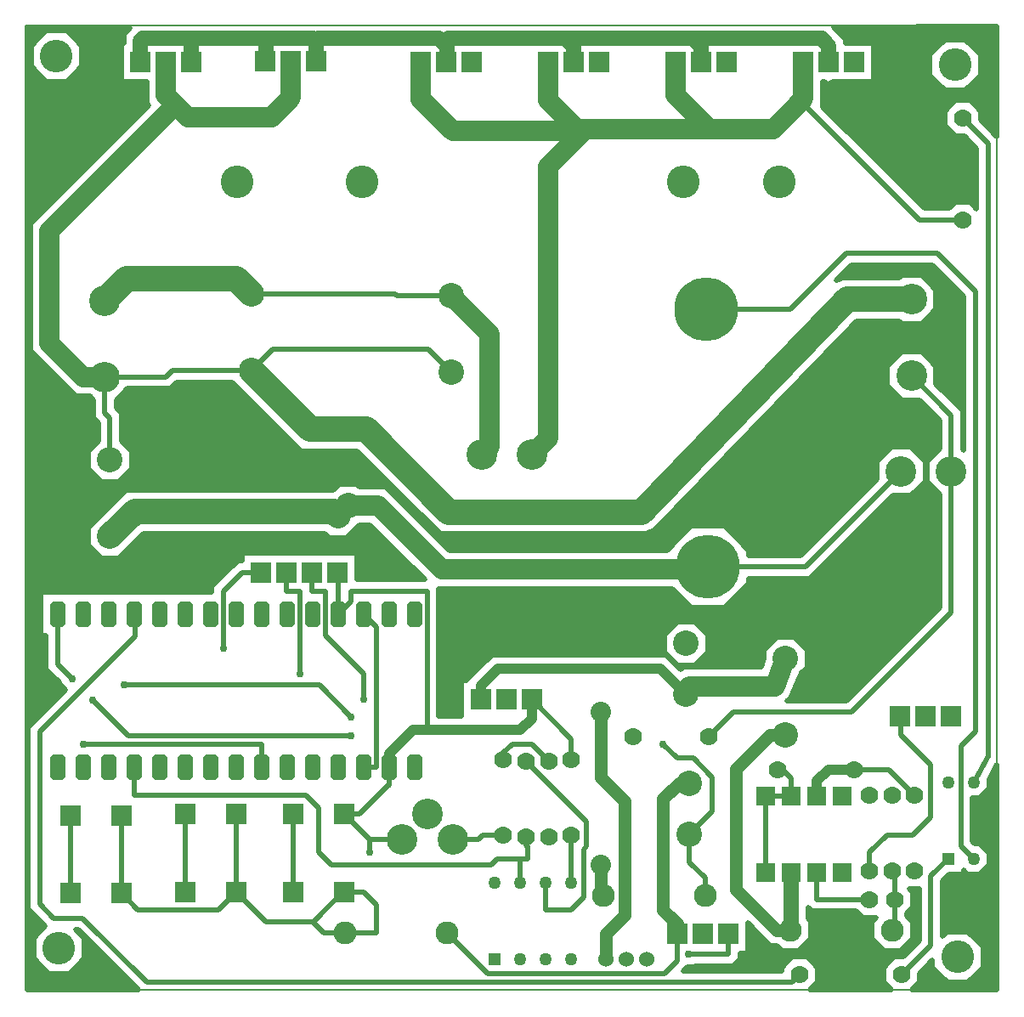
<source format=gbr>
G04 PROTEUS GERBER X2 FILE*
%TF.GenerationSoftware,Labcenter,Proteus,8.13-SP0-Build31525*%
%TF.CreationDate,2023-02-16T13:29:28+00:00*%
%TF.FileFunction,Copper,L2,Bot*%
%TF.FilePolarity,Positive*%
%TF.Part,Single*%
%TF.SameCoordinates,{1a083b5a-91e7-4c28-9893-6f2ba5a781e2}*%
%FSLAX45Y45*%
%MOMM*%
G01*
%TA.AperFunction,Conductor*%
%ADD12C,0.508000*%
%ADD10C,1.524000*%
%ADD13C,1.016000*%
%ADD14C,1.270000*%
%ADD29C,2.540000*%
%ADD11C,2.032000*%
%TA.AperFunction,ViaPad*%
%ADD15C,0.762000*%
%TA.AperFunction,ComponentPad*%
%ADD16R,2.032000X2.032000*%
%TA.AperFunction,ComponentPad*%
%ADD17C,3.048000*%
%TA.AperFunction,ComponentPad*%
%ADD18R,1.905000X1.905000*%
%TA.AperFunction,ComponentPad*%
%ADD19C,2.540000*%
%ADD70C,6.350000*%
%TA.AperFunction,ComponentPad*%
%ADD71C,3.251200*%
%TA.AperFunction,ComponentPad*%
%ADD20C,2.286000*%
%ADD21C,1.778000*%
%TA.AperFunction,OtherPad,Unknown*%
%ADD22C,3.251200*%
%AMDIL015*
4,1,8,
-0.762000,0.965200,-0.457200,1.270000,0.457200,1.270000,0.762000,0.965200,0.762000,-0.965200,
0.457200,-1.270000,-0.457200,-1.270000,-0.762000,-0.965200,-0.762000,0.965200,
0*%
%TA.AperFunction,ComponentPad*%
%ADD23DIL015*%
%TA.AperFunction,ComponentPad*%
%ADD24R,1.270000X1.270000*%
%ADD25C,1.270000*%
%TA.AperFunction,ComponentPad*%
%ADD26C,1.524000*%
%TA.AperFunction,ComponentPad*%
%ADD27C,2.032000*%
%TA.AperFunction,Profile*%
%ADD28C,0.203200*%
%TD.AperFunction*%
G36*
X+4849618Y+3706724D02*
X+4686299Y+3870043D01*
X+4686299Y+3959847D01*
X+4582147Y+4063999D01*
X+4434853Y+4063999D01*
X+4330701Y+3959847D01*
X+4330701Y+3812553D01*
X+4434853Y+3708401D01*
X+4524657Y+3708401D01*
X+4648200Y+3584858D01*
X+4648200Y+2981946D01*
X+4582147Y+3047999D01*
X+4434853Y+3047999D01*
X+4377383Y+2990529D01*
X+4124459Y+2990529D01*
X+3111499Y+4003489D01*
X+3111499Y+4254501D01*
X+3128194Y+4254501D01*
X+3163196Y+4219499D01*
X+3210493Y+4254501D01*
X+3619499Y+4254501D01*
X+3619499Y+4635499D01*
X+3340099Y+4635499D01*
X+3340099Y+4678485D01*
X+3219095Y+4799489D01*
X+4849618Y+4801632D01*
X+4849618Y+3706724D01*
G37*
%LPC*%
G36*
X+4180841Y+4315442D02*
X+4180841Y+4523758D01*
X+4328142Y+4671059D01*
X+4536458Y+4671059D01*
X+4683759Y+4523758D01*
X+4683759Y+4315442D01*
X+4536458Y+4168141D01*
X+4328142Y+4168141D01*
X+4180841Y+4315442D01*
G37*
%LPD*%
G36*
X-3799742Y+4777642D02*
X-3848099Y+4729285D01*
X-3848099Y+4635499D01*
X-3873499Y+4635499D01*
X-3873499Y+4254501D01*
X-3619499Y+4254501D01*
X-3619499Y+4035893D01*
X-3603156Y+4019550D01*
X-4779902Y+2842804D01*
X-4779902Y+1568330D01*
X-4329173Y+1117601D01*
X-4189349Y+1117601D01*
X-4152899Y+1081151D01*
X-4152899Y+905157D01*
X-4102099Y+854357D01*
X-4102099Y+673628D01*
X-4203699Y+572028D01*
X-4203699Y+393172D01*
X-4077228Y+266701D01*
X-3898372Y+266701D01*
X-3771901Y+393172D01*
X-3771901Y+572028D01*
X-3873501Y+673628D01*
X-3873501Y+949043D01*
X-3924301Y+999843D01*
X-3924301Y+1081151D01*
X-3811651Y+1193801D01*
X-3381657Y+1193801D01*
X-3318157Y+1257301D01*
X-2769128Y+1257301D01*
X-2667527Y+1155701D01*
X-2083327Y+571501D01*
X-1524527Y+571501D01*
X-699028Y-253999D01*
X-520172Y-253999D01*
X+1351610Y-253554D01*
X+1432448Y-219229D01*
X+1462954Y-187639D01*
X+3446972Y+1866901D01*
X+3875151Y+1866901D01*
X+3900551Y+1841501D01*
X+4100449Y+1841501D01*
X+4241799Y+1982851D01*
X+4241799Y+2182749D01*
X+4100449Y+2324099D01*
X+3900551Y+2324099D01*
X+3875151Y+2298699D01*
X+3311407Y+2298699D01*
X+3244918Y+2270476D01*
X+3400143Y+2425701D01*
X+4207157Y+2425701D01*
X+4521201Y+2111657D01*
X+4521201Y+582547D01*
X+4508499Y+595249D01*
X+4508499Y+974443D01*
X+4241799Y+1241143D01*
X+4241799Y+1420749D01*
X+4100449Y+1562099D01*
X+3900551Y+1562099D01*
X+3759201Y+1420749D01*
X+3759201Y+1220851D01*
X+3900551Y+1079501D01*
X+4080157Y+1079501D01*
X+4279901Y+879757D01*
X+4279901Y+595249D01*
X+4152901Y+468249D01*
X+4152901Y+268351D01*
X+4279901Y+141351D01*
X+4279901Y-987336D01*
X+3349536Y-1917701D01*
X+2759124Y-1917701D01*
X+2792039Y-1895268D01*
X+2904803Y-1642324D01*
X+2959099Y-1588028D01*
X+2959099Y-1409172D01*
X+2832628Y-1282701D01*
X+2653772Y-1282701D01*
X+2527301Y-1409172D01*
X+2527301Y-1495947D01*
X+2499158Y-1580437D01*
X+1726569Y-1580437D01*
X+1696734Y-1600770D01*
X+1553086Y-1457122D01*
X-182182Y-1457122D01*
X-431799Y-1706739D01*
X-431799Y-1714501D01*
X-482599Y-1714501D01*
X-482599Y-2070101D01*
X-711201Y-2070101D01*
X-711201Y-800099D01*
X+1609664Y-800099D01*
X+1800164Y-990599D01*
X+2136836Y-990599D01*
X+2374899Y-752536D01*
X+2374899Y-698499D01*
X+2988663Y-698499D01*
X+3814163Y+127001D01*
X+3993769Y+127001D01*
X+4135119Y+268351D01*
X+4135119Y+468249D01*
X+3993769Y+609599D01*
X+3793871Y+609599D01*
X+3652521Y+468249D01*
X+3652521Y+288643D01*
X+2893977Y-469901D01*
X+2374899Y-469901D01*
X+2374899Y-415864D01*
X+2136836Y-177801D01*
X+1800164Y-177801D01*
X+1562101Y-415864D01*
X+1562101Y-419101D01*
X-605167Y-419101D01*
X-1240167Y+215899D01*
X-1498072Y+215899D01*
X-1523472Y+241299D01*
X-1702328Y+241299D01*
X-1760748Y+182879D01*
X-3830847Y+182879D01*
X-4203699Y-189972D01*
X-4203699Y-368828D01*
X-4077228Y-495299D01*
X-3898372Y-495299D01*
X-3651993Y-248919D01*
X-1847107Y-248919D01*
X-1803928Y-292098D01*
X-1625072Y-292098D01*
X-1498072Y-165099D01*
X-1397981Y-165099D01*
X-851879Y-711201D01*
X-1531621Y-711201D01*
X-1531621Y-447041D01*
X-2674619Y-447041D01*
X-2674619Y-523241D01*
X-2716883Y-523241D01*
X-2971799Y-778157D01*
X-2971799Y-838201D01*
X-4673599Y-838201D01*
X-4673599Y-1269999D01*
X-4622799Y-1269999D01*
X-4622799Y-1602846D01*
X-4492401Y-1733244D01*
X-4492401Y-1751206D01*
X-4434525Y-1809082D01*
X-4802152Y-2176709D01*
X-4802152Y-3992333D01*
X-4632201Y-4162284D01*
X-4747259Y-4277342D01*
X-4747259Y-4485658D01*
X-4599958Y-4632959D01*
X-4391642Y-4632959D01*
X-4244341Y-4485658D01*
X-4244341Y-4277342D01*
X-4326067Y-4195616D01*
X-4308276Y-4195616D01*
X-3703292Y-4800600D01*
X-4815082Y-4800600D01*
X-4815082Y+4788932D01*
X-3787101Y+4790283D01*
X-3799742Y+4777642D01*
G37*
%LPC*%
G36*
X-4772659Y+4404342D02*
X-4772659Y+4612658D01*
X-4625358Y+4759959D01*
X-4417042Y+4759959D01*
X-4269741Y+4612658D01*
X-4269741Y+4404342D01*
X-4417042Y+4257041D01*
X-4625358Y+4257041D01*
X-4772659Y+4404342D01*
G37*
G36*
X+1842028Y-1562099D02*
X+1663172Y-1562099D01*
X+1536701Y-1435628D01*
X+1536701Y-1256772D01*
X+1663172Y-1130301D01*
X+1842028Y-1130301D01*
X+1968499Y-1256772D01*
X+1968499Y-1435628D01*
X+1842028Y-1562099D01*
G37*
%LPD*%
G36*
X+4849618Y-4800600D02*
X+3997946Y-4800600D01*
X+4076699Y-4721847D01*
X+4076699Y-4632043D01*
X+4206241Y-4502501D01*
X+4206241Y-4574558D01*
X+4353542Y-4721859D01*
X+4561858Y-4721859D01*
X+4709159Y-4574558D01*
X+4709159Y-4366242D01*
X+4561858Y-4218941D01*
X+4353542Y-4218941D01*
X+4305299Y-4267184D01*
X+4305299Y-3712758D01*
X+4373157Y-3644900D01*
X+4516313Y-3644900D01*
X+4516313Y-3606425D01*
X+4554788Y-3644900D01*
X+4681040Y-3644900D01*
X+4770313Y-3555627D01*
X+4770313Y-3429375D01*
X+4681040Y-3340102D01*
X+4627157Y-3340102D01*
X+4605213Y-3318158D01*
X+4605213Y-2882900D01*
X+4681040Y-2882900D01*
X+4770313Y-2793627D01*
X+4770313Y-2704990D01*
X+4849618Y-2553343D01*
X+4849618Y-4800600D01*
G37*
G36*
X+4076701Y-4308757D02*
X+3915057Y-4470401D01*
X+3825253Y-4470401D01*
X+3721101Y-4574553D01*
X+3721101Y-4721847D01*
X+3799854Y-4800600D01*
X+2981946Y-4800600D01*
X+3060699Y-4721847D01*
X+3060699Y-4574553D01*
X+2956547Y-4470401D01*
X+2809253Y-4470401D01*
X+2705101Y-4574553D01*
X+2705101Y-4610101D01*
X+1726281Y-4610101D01*
X+1764383Y-4571999D01*
X+1830605Y-4571999D01*
X+1843305Y-4559299D01*
X+2221583Y-4559299D01*
X+2288539Y-4492343D01*
X+2288539Y-4429759D01*
X+2364739Y-4429759D01*
X+2364739Y-4129663D01*
X+2591175Y-4356099D01*
X+2659032Y-4356099D01*
X+2709832Y-4406899D01*
X+2878168Y-4406899D01*
X+2997199Y-4287868D01*
X+2997199Y-4119532D01*
X+2965450Y-4087783D01*
X+2965450Y-3971641D01*
X+3007008Y-4013199D01*
X+3444253Y-4013199D01*
X+3507753Y-4076699D01*
X+3649634Y-4076699D01*
X+3606801Y-4119532D01*
X+3606801Y-4287868D01*
X+3725832Y-4406899D01*
X+3894168Y-4406899D01*
X+4013199Y-4287868D01*
X+4013199Y-4119532D01*
X+3949699Y-4056032D01*
X+3949699Y-4036047D01*
X+4013199Y-3972547D01*
X+4013199Y-3890976D01*
X+4021025Y-3872083D01*
X+4013199Y-3864257D01*
X+4013199Y-3825253D01*
X+3979245Y-3791299D01*
X+4076701Y-3791299D01*
X+4076701Y-4308757D01*
G37*
D12*
X+4363914Y-3492501D02*
X+4191000Y-3665415D01*
X+4191000Y-4356100D01*
X+3898900Y-4648200D01*
D10*
X-632136Y+4601517D02*
X-631072Y+4600453D01*
X-631072Y+4546600D01*
X-632136Y+4519091D01*
X-632136Y+4601517D02*
X-716919Y+4686300D01*
X-1912064Y+4686300D01*
X-1930400Y+4667964D01*
X-1930400Y+4648200D01*
X-632136Y+4601517D02*
X-632136Y+4663763D01*
X-611750Y+4684149D01*
X+555120Y+4684149D01*
X-632136Y+4601517D02*
X-632136Y+4519091D01*
X+555120Y+4684149D02*
X+1820144Y+4684149D01*
D12*
X+555120Y+4684149D02*
X+547388Y+4691881D01*
D10*
X+635000Y+4445000D02*
X+635000Y+4604269D01*
X+555120Y+4684149D01*
X+3175000Y+4445000D02*
X+3179341Y+4436838D01*
X+3175000Y+4441179D01*
X+3175000Y+4610100D01*
X+3100951Y+4684149D01*
X+1820144Y+4684149D01*
X+1905000Y+4445000D02*
X+1905000Y+4599293D01*
X+1820144Y+4684149D01*
X-635000Y+4445000D02*
X-632136Y+4519091D01*
D12*
X-635000Y+4445000D02*
X-635000Y+4516227D01*
X-632136Y+4519091D01*
D10*
X-1930400Y+4648200D02*
X-1968500Y+4686300D01*
X-2428063Y+4686300D01*
X-2437190Y+4677173D01*
X-1930400Y+4457700D02*
X-1930400Y+4648200D01*
X-2437190Y+4677173D02*
X-2446317Y+4686300D01*
X-3158635Y+4686300D01*
X-2438400Y+4457700D02*
X-2437190Y+4458910D01*
X-2437190Y+4677173D01*
X-3175000Y+4445000D02*
X-3175000Y+4669935D01*
X-3158635Y+4686300D01*
X-3683000Y+4445000D02*
X-3683000Y+4660900D01*
X-3657600Y+4686300D01*
X-3158635Y+4686300D01*
D12*
X+1955800Y+1981200D02*
X+2794000Y+1981200D01*
X+3352800Y+2540000D01*
X+4254500Y+2540000D01*
X+4635500Y+2159000D01*
X+4635500Y-2222500D01*
X+4490914Y-2367086D01*
X+4490914Y-3365501D01*
X+4617914Y-3492501D01*
X+4508500Y+3886200D02*
X+4762499Y+3632201D01*
X+4762499Y-2471616D01*
X+4617914Y-2730501D01*
X+2800351Y-2863849D02*
X+2800351Y-2863848D01*
X+2546351Y-2863848D01*
X+2546351Y-2863849D01*
X+2800351Y-2863849D02*
X+2800352Y-2863849D01*
X+2800352Y-2692400D01*
X+2711452Y-2603500D01*
X+2667000Y-2603500D01*
X+2546351Y-3048000D02*
X+2546351Y-3625849D01*
X+2546351Y-2863849D02*
X+2546351Y-3048000D01*
X+1666240Y-4239260D02*
X+1666240Y-4508500D01*
X+1539240Y-4635500D01*
X-226060Y-4635500D01*
X-629920Y-4231640D01*
D13*
X+3054351Y-2863849D02*
X+3054351Y-2717800D01*
X+3423000Y-2603500D02*
X+3168651Y-2603500D01*
X+3054351Y-2717800D01*
D12*
X+3423000Y-2603500D02*
X+3511900Y-2603500D01*
X+3771900Y-2603500D01*
X+4025900Y-2857500D01*
D14*
X+2794000Y-4203700D02*
X+2654300Y-4203700D01*
X+2247900Y-3797300D01*
X+2247900Y-2598777D01*
X+2586077Y-2260600D01*
X+2743200Y-2260600D01*
D10*
X+2794000Y-4203700D02*
X+2800351Y-4197349D01*
X+2800351Y-3625849D01*
D12*
X+3581400Y-3898900D02*
X+3054351Y-3898900D01*
X+3054351Y-3625849D01*
X+1968500Y-584200D02*
X+2941320Y-584200D01*
X+3893820Y+368300D01*
D29*
X-1714500Y-76200D02*
X-1757680Y-33020D01*
X-3741420Y-33020D01*
X-3987800Y-279400D01*
D12*
X-1612900Y+25400D02*
X-1625600Y+12700D01*
X-1714500Y-76200D01*
D11*
X+1968500Y-584200D02*
X+1943100Y-609600D01*
X-684074Y-609600D01*
X-1612900Y+25400D02*
X-1319074Y+25400D01*
X-684074Y-609600D01*
D12*
X-3746500Y-1054100D02*
X-3738050Y-1062550D01*
X-3738050Y-1270918D01*
X-3936034Y-1468902D01*
X-3936034Y-1472233D01*
X-4687853Y-2224052D01*
X-4687853Y-3944990D01*
X-4551526Y-4081317D01*
X-4260933Y-4081317D01*
X-3617850Y-4724400D01*
X+2806700Y-4724400D01*
X+2882900Y-4648200D01*
X-2578100Y+2133600D02*
X-1143000Y+2133600D01*
X-1130300Y+2120900D01*
X-584200Y+2120900D01*
D29*
X-2578100Y+2133600D02*
X-2730500Y+2286000D01*
X-3822700Y+2286000D01*
X-4038600Y+2070100D01*
D11*
X-584200Y+2120900D02*
X-203200Y+1739900D01*
X-203200Y+614680D01*
X-284480Y+533400D01*
D12*
X-571500Y-3302000D02*
X-317500Y-3302000D01*
X-273400Y-3257900D01*
X-68580Y-3257900D01*
X-1460500Y-1054100D02*
X-1333500Y-1181100D01*
X-1333500Y-2578100D01*
X-1460500Y-2578100D01*
X-4254500Y-2349500D02*
X-2476500Y-2349500D01*
X-2476500Y-2578100D01*
X-2857500Y-1397000D02*
X-2857500Y-825500D01*
X-2669540Y-637540D01*
X-2484120Y-637540D01*
X-2095500Y-1651000D02*
X-2095500Y-825500D01*
X-2230120Y-825500D01*
X-2230120Y-637540D01*
D14*
X+924560Y-3860800D02*
X+899160Y-3835400D01*
X+899160Y-3556000D01*
D12*
X+1778000Y-4445000D02*
X+2174240Y-4445000D01*
X+2174240Y-4239260D01*
X+607073Y-3257901D02*
X+601980Y-3262994D01*
X+601980Y-3733800D01*
X+160020Y-2520600D02*
X+762000Y-3122580D01*
X+762000Y-3365500D01*
X+731520Y-3395980D01*
X+731520Y-3873500D01*
X+604520Y-4000500D01*
X+347980Y-4000500D01*
X+347980Y-3733800D01*
X-1460500Y-1905000D02*
X-1460500Y-1651000D01*
X-1841500Y-1270000D01*
X-1841500Y-825500D01*
X-1976120Y-825500D01*
X-1976120Y-637540D01*
D11*
X+2743200Y-1498600D02*
X+2636212Y-1770936D01*
X+1785311Y-1770936D01*
X+1752600Y-1854200D01*
D13*
X-292100Y-1905000D02*
X-292100Y-1764604D01*
X-124317Y-1596821D01*
X+1495221Y-1596821D01*
X+1752600Y-1854200D01*
D12*
X+3886200Y-2070100D02*
X+3891968Y-2075868D01*
X+3891968Y-2255545D01*
X+4186596Y-2550173D01*
X+4186596Y-3080502D01*
X+4009820Y-3257278D01*
X+3752408Y-3257278D01*
X+3581400Y-3428286D01*
X+3581400Y-3613500D01*
X+93980Y-3492500D02*
X-127000Y-3492500D01*
X-190500Y-3556000D01*
X-1778000Y-3556000D01*
X-1905000Y-3429000D01*
X-1905000Y-2984500D01*
X-2032000Y-2857500D01*
X-3746500Y-2857500D01*
X-3746500Y-2578100D01*
X+93980Y-3492500D02*
X+170180Y-3492500D01*
X+170180Y-3365500D01*
X+160020Y-3355340D01*
X+160020Y-3276600D01*
X+93980Y-3492500D02*
X+93980Y-3733800D01*
X-4038600Y+1308100D02*
X-3429000Y+1308100D01*
X-3365500Y+1371600D01*
X-2578100Y+1371600D01*
X-4038600Y+1308100D02*
X-4038600Y+952500D01*
X-3987800Y+901700D01*
X-3987800Y+482600D01*
X-68580Y-2501900D02*
X-68580Y-2438400D01*
X+20320Y-2349500D01*
X+217520Y-2349500D01*
X+388620Y-2520600D01*
X-2578100Y+1371600D02*
X-2362200Y+1587500D01*
X-812800Y+1587500D01*
X-584200Y+1358900D01*
D29*
X-2578100Y+1371600D02*
X-1993900Y+787400D01*
X-1968500Y+787400D01*
X-609600Y-38100D02*
X+1307649Y-37665D01*
X+3355329Y+2082800D01*
X+4000500Y+2082800D01*
D12*
X-609600Y-38100D02*
X-584200Y+12700D01*
D29*
X-1612900Y+787400D02*
X-1435100Y+787400D01*
X-609600Y-38100D01*
D11*
X-3327400Y+4013200D02*
X-3429000Y+4114800D01*
X-3429000Y+4445000D01*
X-3327400Y+4013200D02*
X-3213100Y+3898900D01*
X-2374900Y+3898900D01*
X-2184400Y+4089400D01*
X-4038600Y+1308100D02*
X-4250266Y+1308100D01*
X-4589403Y+1647237D01*
X-4589403Y+2763897D01*
X-3340100Y+4013200D01*
X-3327400Y+4013200D01*
X-2184400Y+4089400D02*
X-2184400Y+4457700D01*
D29*
X-1612900Y+787400D02*
X-1968500Y+787400D01*
D12*
X+4394200Y+368300D02*
X+4394200Y-1034679D01*
X+3396879Y-2032000D01*
X+2222500Y-2032000D01*
X+1978660Y-2275840D01*
X+4394200Y+368300D02*
X+4394200Y+927100D01*
X+4000500Y+1320800D01*
X-2159000Y-3822700D02*
X-2159000Y-3048000D01*
X-1583494Y-2074881D02*
X-1902201Y-1756174D01*
X-3844842Y-1756174D01*
X-4381500Y-3060700D02*
X-4381500Y-3835400D01*
X-3238500Y-3048000D02*
X-3238500Y-3822700D01*
X-4365402Y-1698601D02*
X-4508500Y-1555503D01*
X-4508500Y-1054100D01*
X-4159250Y-1911350D02*
X-3808842Y-2261758D01*
X-1590828Y-2261758D01*
X-1714500Y-1054100D02*
X-1587500Y-927100D01*
X-1587500Y-825500D01*
X-825500Y-825500D01*
X-825500Y-2209800D01*
X+215900Y-1905000D02*
X+607073Y-2296173D01*
X+607073Y-2501901D01*
X-1397000Y-3302000D02*
X-1397000Y-3429000D01*
X+1785620Y-3246120D02*
X+1785620Y-3528060D01*
X+1940560Y-3683000D01*
X+1940560Y-3860800D01*
X-1645920Y-4231640D02*
X-1859108Y-4231640D01*
X-1968500Y-4122248D01*
X-3873500Y-3835400D02*
X-3708400Y-4000500D01*
X-2908300Y-4000500D01*
X-2730500Y-3822700D01*
X+3835400Y-3898900D02*
X+3835400Y-4178300D01*
X+3810000Y-4203700D01*
X-1714500Y-1054100D02*
X-1714500Y-645160D01*
X-1722120Y-637540D01*
X-1651000Y-3822700D02*
X-1460500Y-3822700D01*
X-1333500Y-3949700D01*
X-1333500Y-4231640D01*
X-1645920Y-4231640D01*
X-2730500Y-3822700D02*
X-2730500Y-3048000D01*
X-3873500Y-3835400D02*
X-3873500Y-3060700D01*
D13*
X-1206500Y-2445159D02*
X-971141Y-2209800D01*
X-825500Y-2209800D01*
D12*
X-1397000Y-3302000D02*
X-1079500Y-3302000D01*
X-2730500Y-3822700D02*
X-2430952Y-4122248D01*
X-1968500Y-4122248D01*
D11*
X+676838Y+3780452D02*
X+661583Y+3765197D01*
X-574093Y+3765197D01*
X-889000Y+4080104D01*
X-889000Y+4445000D01*
X+749300Y+3780452D02*
X+676838Y+3780452D01*
X+664889Y+3780452D01*
D12*
X-1206500Y-2578100D02*
X-1206500Y-2445159D01*
D13*
X+215900Y-1905000D02*
X+215900Y-2095500D01*
X+101600Y-2209800D01*
X-825500Y-2209800D01*
D12*
X-1968500Y-4122248D02*
X-1963248Y-4122248D01*
X-1651000Y-3810000D01*
X-1206500Y-2578100D02*
X-1206500Y-2755900D01*
X-1219200Y-2768600D01*
X-1498600Y-3048000D01*
X-1651000Y-3048000D01*
X-1397000Y-3302000D01*
X+3835400Y-3898900D02*
X+3886200Y-3898900D01*
X+3835400Y-3848100D01*
X+3835400Y-3638900D01*
X+3810000Y-3613500D01*
D11*
X+749300Y+3780452D02*
X+1986203Y+3780452D01*
X+215900Y+533400D02*
X+379770Y+697270D01*
X+379770Y+3410922D01*
X+749300Y+3780452D01*
X+2921000Y+4406900D02*
X+2921000Y+4445000D01*
D12*
X+2921000Y+4082387D02*
X+2921000Y+4032346D01*
X+4077116Y+2876230D01*
X+4502470Y+2876230D01*
X+4508500Y+2870200D01*
D11*
X+2921000Y+4406900D02*
X+2921000Y+4082387D01*
X+1986203Y+3780452D02*
X+2619065Y+3780452D01*
X+2858526Y+4019913D01*
X+2921000Y+4082387D01*
X+1986203Y+3780452D02*
X+1651000Y+4115655D01*
X+1651000Y+4445000D01*
X+664889Y+3780452D02*
X+381000Y+4064341D01*
X+381000Y+4445000D01*
D12*
X+1785620Y-3246120D02*
X+2013761Y-3017979D01*
X+2013761Y-2679241D01*
X+1823720Y-2489200D01*
X+1663700Y-2489200D01*
X+1524000Y-2349500D01*
D14*
X+1785620Y-2738120D02*
X+1681480Y-2738120D01*
X+1524000Y-2895600D01*
X+1524000Y-3997960D01*
X+1666240Y-4140200D01*
X+1666240Y-4239260D01*
X+949960Y-4490720D02*
X+949960Y-4241800D01*
X+1143000Y-4048760D01*
X+1143000Y-2921000D01*
X+899160Y-2677160D01*
X+899160Y-2032000D01*
D15*
X-4254500Y-2349500D03*
X-2857500Y-1397000D03*
X-2095500Y-1651000D03*
X+1778000Y-4445000D03*
X-1460500Y-1905000D03*
X-3844842Y-1756174D03*
X-1583494Y-2074881D03*
X-4365402Y-1698601D03*
X-1590828Y-2261758D03*
X-4159250Y-1911350D03*
X-1397000Y-3429000D03*
X+1524000Y-2349500D03*
D12*
X+4849618Y+3706724D02*
X+4686299Y+3870043D01*
X+4686299Y+3959847D01*
X+4582147Y+4063999D01*
X+4434853Y+4063999D01*
X+4330701Y+3959847D01*
X+4330701Y+3812553D01*
X+4434853Y+3708401D01*
X+4524657Y+3708401D01*
X+4648200Y+3584858D01*
X+4648200Y+2981946D01*
X+4582147Y+3047999D01*
X+4434853Y+3047999D01*
X+4377383Y+2990529D01*
X+4124459Y+2990529D01*
X+3111499Y+4003489D01*
X+3111499Y+4254501D01*
X+3128194Y+4254501D01*
X+3163196Y+4219499D01*
X+3210493Y+4254501D01*
X+3619499Y+4254501D01*
X+3619499Y+4635499D01*
X+3340099Y+4635499D01*
X+3340099Y+4678485D01*
X+3219095Y+4799489D01*
X+4849618Y+4801632D01*
X+4849618Y+3706724D01*
X+4180841Y+4315442D02*
X+4180841Y+4523758D01*
X+4328142Y+4671059D01*
X+4536458Y+4671059D01*
X+4683759Y+4523758D01*
X+4683759Y+4315442D01*
X+4536458Y+4168141D01*
X+4328142Y+4168141D01*
X+4180841Y+4315442D01*
X-3799742Y+4777642D02*
X-3848099Y+4729285D01*
X-3848099Y+4635499D01*
X-3873499Y+4635499D01*
X-3873499Y+4254501D01*
X-3619499Y+4254501D01*
X-3619499Y+4035893D01*
X-3603156Y+4019550D01*
X-4779902Y+2842804D01*
X-4779902Y+1568330D01*
X-4329173Y+1117601D01*
X-4189349Y+1117601D01*
X-4152899Y+1081151D01*
X-4152899Y+905157D01*
X-4102099Y+854357D01*
X-4102099Y+673628D01*
X-4203699Y+572028D01*
X-4203699Y+393172D01*
X-4077228Y+266701D01*
X-3898372Y+266701D01*
X-3771901Y+393172D01*
X-3771901Y+572028D01*
X-3873501Y+673628D01*
X-3873501Y+949043D01*
X-3924301Y+999843D01*
X-3924301Y+1081151D01*
X-3811651Y+1193801D01*
X-3381657Y+1193801D01*
X-3318157Y+1257301D01*
X-2769128Y+1257301D01*
X-2667527Y+1155701D01*
X-2083327Y+571501D01*
X-1524527Y+571501D01*
X-699028Y-253999D01*
X-520172Y-253999D01*
X+1351610Y-253554D01*
X+1432448Y-219229D01*
X+1462954Y-187639D01*
X+3446972Y+1866901D01*
X+3875151Y+1866901D01*
X+3900551Y+1841501D01*
X+4100449Y+1841501D01*
X+4241799Y+1982851D01*
X+4241799Y+2182749D01*
X+4100449Y+2324099D01*
X+3900551Y+2324099D01*
X+3875151Y+2298699D01*
X+3311407Y+2298699D01*
X+3244918Y+2270476D01*
X+3400143Y+2425701D01*
X+4207157Y+2425701D01*
X+4521201Y+2111657D01*
X+4521201Y+582547D01*
X+4508499Y+595249D01*
X+4508499Y+974443D01*
X+4241799Y+1241143D01*
X+4241799Y+1420749D01*
X+4100449Y+1562099D01*
X+3900551Y+1562099D01*
X+3759201Y+1420749D01*
X+3759201Y+1220851D01*
X+3900551Y+1079501D01*
X+4080157Y+1079501D01*
X+4279901Y+879757D01*
X+4279901Y+595249D01*
X+4152901Y+468249D01*
X+4152901Y+268351D01*
X+4279901Y+141351D01*
X+4279901Y-987336D01*
X+3349536Y-1917701D01*
X+2759124Y-1917701D01*
X+2792039Y-1895268D01*
X+2904803Y-1642324D01*
X+2959099Y-1588028D01*
X+2959099Y-1409172D01*
X+2832628Y-1282701D01*
X+2653772Y-1282701D01*
X+2527301Y-1409172D01*
X+2527301Y-1495947D01*
X+2499158Y-1580437D01*
X+1726569Y-1580437D01*
X+1696734Y-1600770D01*
X+1553086Y-1457122D01*
X-182182Y-1457122D01*
X-431799Y-1706739D01*
X-431799Y-1714501D01*
X-482599Y-1714501D01*
X-482599Y-2070101D01*
X-711201Y-2070101D01*
X-711201Y-800099D01*
X+1609664Y-800099D01*
X+1800164Y-990599D01*
X+2136836Y-990599D01*
X+2374899Y-752536D01*
X+2374899Y-698499D01*
X+2988663Y-698499D01*
X+3814163Y+127001D01*
X+3993769Y+127001D01*
X+4135119Y+268351D01*
X+4135119Y+468249D01*
X+3993769Y+609599D01*
X+3793871Y+609599D01*
X+3652521Y+468249D01*
X+3652521Y+288643D01*
X+2893977Y-469901D01*
X+2374899Y-469901D01*
X+2374899Y-415864D01*
X+2136836Y-177801D01*
X+1800164Y-177801D01*
X+1562101Y-415864D01*
X+1562101Y-419101D01*
X-605167Y-419101D01*
X-1240167Y+215899D01*
X-1498072Y+215899D01*
X-1523472Y+241299D01*
X-1702328Y+241299D01*
X-1760748Y+182879D01*
X-3830847Y+182879D01*
X-4203699Y-189972D01*
X-4203699Y-368828D01*
X-4077228Y-495299D01*
X-3898372Y-495299D01*
X-3651993Y-248919D01*
X-1847107Y-248919D01*
X-1803928Y-292098D01*
X-1625072Y-292098D01*
X-1498072Y-165099D01*
X-1397981Y-165099D01*
X-851879Y-711201D01*
X-1531621Y-711201D01*
X-1531621Y-447041D01*
X-2674619Y-447041D01*
X-2674619Y-523241D01*
X-2716883Y-523241D01*
X-2971799Y-778157D01*
X-2971799Y-838201D01*
X-4673599Y-838201D01*
X-4673599Y-1269999D01*
X-4622799Y-1269999D01*
X-4622799Y-1602846D01*
X-4492401Y-1733244D01*
X-4492401Y-1751206D01*
X-4434525Y-1809082D01*
X-4802152Y-2176709D01*
X-4802152Y-3992333D01*
X-4632201Y-4162284D01*
X-4747259Y-4277342D01*
X-4747259Y-4485658D01*
X-4599958Y-4632959D01*
X-4391642Y-4632959D01*
X-4244341Y-4485658D01*
X-4244341Y-4277342D01*
X-4326067Y-4195616D01*
X-4308276Y-4195616D01*
X-3703292Y-4800600D01*
X-4815082Y-4800600D01*
X-4815082Y+4788932D01*
X-3787101Y+4790283D01*
X-3799742Y+4777642D01*
X-4772659Y+4404342D02*
X-4772659Y+4612658D01*
X-4625358Y+4759959D01*
X-4417042Y+4759959D01*
X-4269741Y+4612658D01*
X-4269741Y+4404342D01*
X-4417042Y+4257041D01*
X-4625358Y+4257041D01*
X-4772659Y+4404342D01*
X+1842028Y-1562099D02*
X+1663172Y-1562099D01*
X+1536701Y-1435628D01*
X+1536701Y-1256772D01*
X+1663172Y-1130301D01*
X+1842028Y-1130301D01*
X+1968499Y-1256772D01*
X+1968499Y-1435628D01*
X+1842028Y-1562099D01*
X+4849618Y-4800600D02*
X+3997946Y-4800600D01*
X+4076699Y-4721847D01*
X+4076699Y-4632043D01*
X+4206241Y-4502501D01*
X+4206241Y-4574558D01*
X+4353542Y-4721859D01*
X+4561858Y-4721859D01*
X+4709159Y-4574558D01*
X+4709159Y-4366242D01*
X+4561858Y-4218941D01*
X+4353542Y-4218941D01*
X+4305299Y-4267184D01*
X+4305299Y-3712758D01*
X+4373157Y-3644900D01*
X+4516313Y-3644900D01*
X+4516313Y-3606425D01*
X+4554788Y-3644900D01*
X+4681040Y-3644900D01*
X+4770313Y-3555627D01*
X+4770313Y-3429375D01*
X+4681040Y-3340102D01*
X+4627157Y-3340102D01*
X+4605213Y-3318158D01*
X+4605213Y-2882900D01*
X+4681040Y-2882900D01*
X+4770313Y-2793627D01*
X+4770313Y-2704990D01*
X+4849618Y-2553343D01*
X+4849618Y-4800600D01*
X+4076701Y-4308757D02*
X+3915057Y-4470401D01*
X+3825253Y-4470401D01*
X+3721101Y-4574553D01*
X+3721101Y-4721847D01*
X+3799854Y-4800600D01*
X+2981946Y-4800600D01*
X+3060699Y-4721847D01*
X+3060699Y-4574553D01*
X+2956547Y-4470401D01*
X+2809253Y-4470401D01*
X+2705101Y-4574553D01*
X+2705101Y-4610101D01*
X+1726281Y-4610101D01*
X+1764383Y-4571999D01*
X+1830605Y-4571999D01*
X+1843305Y-4559299D01*
X+2221583Y-4559299D01*
X+2288539Y-4492343D01*
X+2288539Y-4429759D01*
X+2364739Y-4429759D01*
X+2364739Y-4129663D01*
X+2591175Y-4356099D01*
X+2659032Y-4356099D01*
X+2709832Y-4406899D01*
X+2878168Y-4406899D01*
X+2997199Y-4287868D01*
X+2997199Y-4119532D01*
X+2965450Y-4087783D01*
X+2965450Y-3971641D01*
X+3007008Y-4013199D01*
X+3444253Y-4013199D01*
X+3507753Y-4076699D01*
X+3649634Y-4076699D01*
X+3606801Y-4119532D01*
X+3606801Y-4287868D01*
X+3725832Y-4406899D01*
X+3894168Y-4406899D01*
X+4013199Y-4287868D01*
X+4013199Y-4119532D01*
X+3949699Y-4056032D01*
X+3949699Y-4036047D01*
X+4013199Y-3972547D01*
X+4013199Y-3890976D01*
X+4021025Y-3872083D01*
X+4013199Y-3864257D01*
X+4013199Y-3825253D01*
X+3979245Y-3791299D01*
X+4076701Y-3791299D01*
X+4076701Y-4308757D01*
D16*
X+3429000Y+4445000D03*
X+3175000Y+4445000D03*
X+2921000Y+4445000D03*
X+2159000Y+4445000D03*
X+1905000Y+4445000D03*
X+1651000Y+4445000D03*
X+889000Y+4445000D03*
X+635000Y+4445000D03*
X+381000Y+4445000D03*
X-381000Y+4445000D03*
X-635000Y+4445000D03*
X-889000Y+4445000D03*
X-1930400Y+4457700D03*
X-2184400Y+4457700D03*
X-2438400Y+4457700D03*
X-3175000Y+4445000D03*
X-3429000Y+4445000D03*
X-3683000Y+4445000D03*
D17*
X+4000500Y+2082800D03*
X+4000500Y+1320800D03*
D18*
X+2546351Y-3625849D03*
X+2800351Y-3625849D03*
X+3054351Y-3625849D03*
X+3308351Y-3625849D03*
X+3308351Y-2863849D03*
X+3054351Y-2863849D03*
X+2800351Y-2863849D03*
X+2546351Y-2863849D03*
D19*
X+2743200Y-2260600D03*
X+2743200Y-1498600D03*
D70*
X+1955800Y+1981200D03*
X+1968500Y-584200D03*
D17*
X-4038600Y+2070100D03*
X-4038600Y+1308100D03*
D19*
X-3987800Y+482600D03*
X-3987800Y-279400D03*
D71*
X+2679700Y+3251200D03*
X-2717800Y+3251200D03*
X-1473200Y+3251200D03*
X+1727200Y+3251200D03*
D20*
X+3810000Y-4203700D03*
X+2794000Y-4203700D03*
D21*
X+3581400Y-3898900D03*
X+3835400Y-3898900D03*
X+3810000Y-2857500D03*
X+3810000Y-3613500D03*
X+3423000Y-2603500D03*
X+2667000Y-2603500D03*
X+3581400Y-3613500D03*
X+3581400Y-2857500D03*
D22*
X-4495800Y-4381500D03*
X+4457700Y-4470400D03*
D16*
X+4394200Y-2070100D03*
X+4140200Y-2070100D03*
X+3886200Y-2070100D03*
D17*
X+4394200Y+368300D03*
X+3893820Y+368300D03*
D16*
X+215900Y-1905000D03*
X-38100Y-1905000D03*
X-292100Y-1905000D03*
D17*
X+215900Y+533400D03*
X-284480Y+533400D03*
D22*
X-4521200Y+4508500D03*
X+4432300Y+4419600D03*
D19*
X-2578100Y+1371600D03*
X-2578100Y+2133600D03*
X-584200Y+1358900D03*
X-584200Y+2120900D03*
X-1612900Y+787400D03*
X-1612900Y+25400D03*
D23*
X-952500Y-1054100D03*
X-1206500Y-1054100D03*
X-1460500Y-1054100D03*
X-1714500Y-1054100D03*
X-1968500Y-1054100D03*
X-2222500Y-1054100D03*
X-2476500Y-1054100D03*
X-2730500Y-1054100D03*
X-2984500Y-1054100D03*
X-3238500Y-1054100D03*
X-3492500Y-1054100D03*
X-3746500Y-1054100D03*
X-4000500Y-1054100D03*
X-4254500Y-1054100D03*
X-4508500Y-1054100D03*
X-4508500Y-2578100D03*
X-4254500Y-2578100D03*
X-4000500Y-2578100D03*
X-3746500Y-2578100D03*
X-3492500Y-2578100D03*
X-3238500Y-2578100D03*
X-2984500Y-2578100D03*
X-2730500Y-2578100D03*
X-2476500Y-2578100D03*
X-2222500Y-2578100D03*
X-1968500Y-2578100D03*
X-1714500Y-2578100D03*
X-1460500Y-2578100D03*
X-1206500Y-2578100D03*
X-952500Y-2578100D03*
D17*
X-1079500Y-3302000D03*
X-571500Y-3302000D03*
X-825500Y-3048000D03*
D21*
X+4025900Y-3613500D03*
X+4025900Y-2857500D03*
X-68580Y-2501900D03*
X-68580Y-3257900D03*
X+4508500Y+3886200D03*
X+4508500Y+2870200D03*
X+2882900Y-4648200D03*
X+3898900Y-4648200D03*
X+1978660Y-2275840D03*
X+1222660Y-2275840D03*
X+160020Y-2520600D03*
X+160020Y-3276600D03*
D24*
X+4363914Y-3492501D03*
D25*
X+4617914Y-3492501D03*
X+4617914Y-2730501D03*
X+4363914Y-2730501D03*
D19*
X+1752600Y-1854200D03*
X+1752600Y-1346200D03*
D16*
X-4381500Y-3835400D03*
X-3873500Y-3835400D03*
X-3873500Y-3060700D03*
X-4381500Y-3060700D03*
X-3238500Y-3822700D03*
X-2730500Y-3822700D03*
X-2730500Y-3048000D03*
X-3238500Y-3048000D03*
X-2159000Y-3822700D03*
X-1651000Y-3822700D03*
X-1651000Y-3048000D03*
X-2159000Y-3048000D03*
D19*
X+1785620Y-2738120D03*
X+1785620Y-3246120D03*
D20*
X+1940560Y-3860800D03*
X+924560Y-3860800D03*
X-1645920Y-4231640D03*
X-629920Y-4231640D03*
D16*
X-1722120Y-637540D03*
X-1976120Y-637540D03*
X-2230120Y-637540D03*
X-2484120Y-637540D03*
D21*
X+388620Y-2520600D03*
X+388620Y-3276600D03*
X+607073Y-3257901D03*
X+607073Y-2501901D03*
D24*
X-160020Y-4495800D03*
D25*
X+93980Y-4495800D03*
X+347980Y-4495800D03*
X+601980Y-4495800D03*
X+601980Y-3733800D03*
X+347980Y-3733800D03*
X+93980Y-3733800D03*
X-160020Y-3733800D03*
D26*
X+949960Y-4490720D03*
X+1153160Y-4490720D03*
X+1356360Y-4490720D03*
D16*
X+2174240Y-4239260D03*
X+1920240Y-4239260D03*
X+1666240Y-4239260D03*
D27*
X+899160Y-2032000D03*
X+899160Y-3556000D03*
D28*
X-4826000Y-4800600D02*
X+4851400Y-4800600D01*
X+4851400Y+4813300D01*
X-4826000Y+4813300D01*
X-4826000Y-4800600D01*
M02*

</source>
